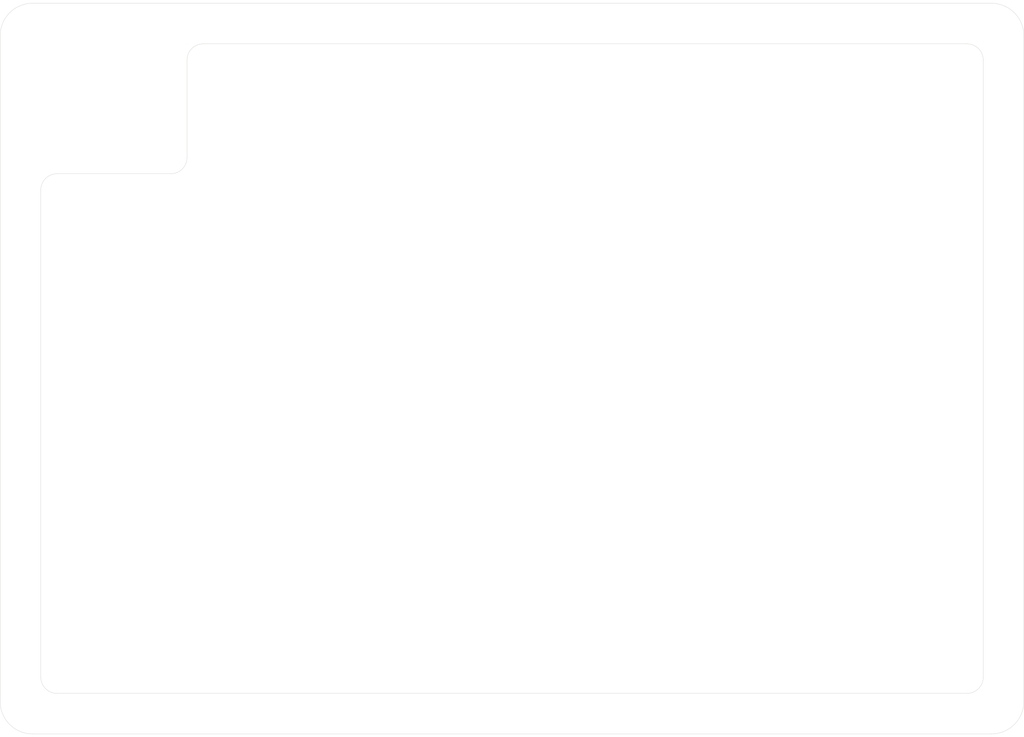
<source format=kicad_pcb>
(kicad_pcb (version 20240108) (generator "pcbnew") (generator_version "8.0")
  (layers (0 "F.Cu" signal) (31 "B.Cu" signal) (34 "B.Paste" user) (35 "F.Paste" user) (36 "B.SilkS" user "B.Silkscreen") (37 "F.SilkS" user "F.Silkscreen") (38 "B.Mask" user) (39 "F.Mask" user) (44 "Edge.Cuts" user))
  (net 0 "")
  (footprint "Salicylic-acid3-kbd_Hole:m2_Screw_Hole" (layer "F.Cu") (at 92.86875 45.24375)
    (property "Reference" "Ref**")
    (property "Value" "Val**")
    (pad "" np_thru_hole circle (at 0 0) (size 2.2 2.2) (drill 2.2) (layers "*.Cu" "*.Mask"))
  )
  (footprint "Salicylic-acid3-kbd_Hole:m2_Screw_Hole" (layer "F.Cu") (at 92.86875 145.25625)
    (property "Reference" "Ref**")
    (property "Value" "Val**")
    (pad "" np_thru_hole circle (at 0 0) (size 2.2 2.2) (drill 2.2) (layers "*.Cu" "*.Mask"))
  )
  (footprint "Salicylic-acid3-kbd_Hole:m2_Screw_Hole" (layer "F.Cu") (at 235.74375 45.24375)
    (property "Reference" "Ref**")
    (property "Value" "Val**")
    (pad "" np_thru_hole circle (at 0 0) (size 2.2 2.2) (drill 2.2) (layers "*.Cu" "*.Mask"))
  )
  (footprint "Salicylic-acid3-kbd_Hole:m2_Screw_Hole" (layer "F.Cu") (at 235.74375 145.25625)
    (property "Reference" "Ref**")
    (property "Value" "Val**")
    (pad "" np_thru_hole circle (at 0 0) (size 2.2 2.2) (drill 2.2) (layers "*.Cu" "*.Mask"))
  )
  (gr_line (start 116.68125 47.625) (end 116.68125 47.625) (stroke (width 0.05)) (layer "Edge.Cuts"))
  (gr_arc (start 116.68125 64.29375) (mid 115.983798 65.977548) (end 114.3 66.675) (stroke (width 0.05)) (layer "Edge.Cuts"))
  (gr_line (start 239.315625 46.434375) (end 239.315625 144.065625) (stroke (width 0.05)) (layer "Edge.Cuts"))
  (gr_line (start 119.0625 47.625) (end 230.98125 47.625) (stroke (width 0.05)) (layer "Edge.Cuts"))
  (gr_arc (start 94.059375 148.828125) (mid 90.691779 147.433221) (end 89.296875 144.065625) (stroke (width 0.05)) (layer "Edge.Cuts"))
  (gr_line (start 95.25 140.49375) (end 95.25 69.05625) (stroke (width 0.05)) (layer "Edge.Cuts"))
  (gr_line (start 230.98125 142.875) (end 97.63125 142.875) (stroke (width 0.05)) (layer "Edge.Cuts"))
  (gr_line (start 233.3625 50.00625) (end 233.3625 140.49375) (stroke (width 0.05)) (layer "Edge.Cuts"))
  (gr_arc (start 95.25 69.05625) (mid 95.947452 67.372452) (end 97.63125 66.675) (stroke (width 0.05)) (layer "Edge.Cuts"))
  (gr_line (start 234.553125 148.828125) (end 94.059375 148.828125) (stroke (width 0.05)) (layer "Edge.Cuts"))
  (gr_line (start 116.68125 64.29375) (end 116.68125 50.00625) (stroke (width 0.05)) (layer "Edge.Cuts"))
  (gr_arc (start 233.3625 140.49375) (mid 232.665048 142.177548) (end 230.98125 142.875) (stroke (width 0.05)) (layer "Edge.Cuts"))
  (gr_line (start 94.059375 41.671875) (end 234.553125 41.671875) (stroke (width 0.05)) (layer "Edge.Cuts"))
  (gr_arc (start 239.315625 144.065625) (mid 237.920721 147.433221) (end 234.553125 148.828125) (stroke (width 0.05)) (layer "Edge.Cuts"))
  (gr_arc (start 97.63125 142.875) (mid 95.947452 142.177548) (end 95.25 140.49375) (stroke (width 0.05)) (layer "Edge.Cuts"))
  (gr_arc (start 230.98125 47.625) (mid 232.665048 48.322452) (end 233.3625 50.00625) (stroke (width 0.05)) (layer "Edge.Cuts"))
  (gr_line (start 89.296875 144.065625) (end 89.296875 46.434375) (stroke (width 0.05)) (layer "Edge.Cuts"))
  (gr_arc (start 116.68125 50.00625) (mid 117.378702 48.322452) (end 119.0625 47.625) (stroke (width 0.05)) (layer "Edge.Cuts"))
  (gr_arc (start 234.553125 41.671875) (mid 237.920721 43.066779) (end 239.315625 46.434375) (stroke (width 0.05)) (layer "Edge.Cuts"))
  (gr_arc (start 89.296875 46.434375) (mid 90.691779 43.066779) (end 94.059375 41.671875) (stroke (width 0.05)) (layer "Edge.Cuts"))
  (gr_line (start 97.63125 66.675) (end 114.3 66.675) (stroke (width 0.05)) (layer "Edge.Cuts"))
)
</source>
